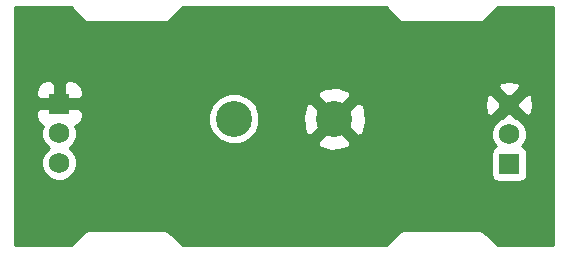
<source format=gbr>
G04 #@! TF.FileFunction,Copper,L2,Bot,Signal*
%FSLAX46Y46*%
G04 Gerber Fmt 4.6, Leading zero omitted, Abs format (unit mm)*
G04 Created by KiCad (PCBNEW 4.0.6) date Mon May  1 23:13:11 2017*
%MOMM*%
%LPD*%
G01*
G04 APERTURE LIST*
%ADD10C,0.100000*%
%ADD11C,3.048000*%
%ADD12R,1.750000X1.750000*%
%ADD13C,1.750000*%
%ADD14C,0.254000*%
G04 APERTURE END LIST*
D10*
D11*
X163390000Y-87630000D03*
X171890000Y-87630000D03*
D12*
X148590000Y-86360000D03*
D13*
X148590000Y-88860000D03*
X148590000Y-91360000D03*
D12*
X186690000Y-91440000D03*
D13*
X186690000Y-88940000D03*
X186690000Y-86440000D03*
D14*
G36*
X150627954Y-79242046D02*
X150858295Y-79395954D01*
X151130000Y-79450000D01*
X157480000Y-79450000D01*
X157751705Y-79395954D01*
X157982046Y-79242046D01*
X159044092Y-78180000D01*
X176235908Y-78180000D01*
X177297954Y-79242046D01*
X177528295Y-79395954D01*
X177800000Y-79450000D01*
X184150000Y-79450000D01*
X184421705Y-79395954D01*
X184652046Y-79242046D01*
X185714092Y-78180000D01*
X190425000Y-78180000D01*
X190425000Y-98350000D01*
X185714092Y-98350000D01*
X184652046Y-97287954D01*
X184421705Y-97134046D01*
X184150000Y-97080000D01*
X177800000Y-97080000D01*
X177528295Y-97134046D01*
X177297954Y-97287954D01*
X176235908Y-98350000D01*
X159044092Y-98350000D01*
X157982046Y-97287954D01*
X157751705Y-97134046D01*
X157480000Y-97080000D01*
X151130000Y-97080000D01*
X150858295Y-97134046D01*
X150627954Y-97287954D01*
X149565908Y-98350000D01*
X144855000Y-98350000D01*
X144855000Y-87014750D01*
X146588000Y-87014750D01*
X146588000Y-87459174D01*
X146759575Y-87873394D01*
X147076606Y-88190424D01*
X147210072Y-88245708D01*
X147080262Y-88558325D01*
X147079738Y-89159040D01*
X147309138Y-89714229D01*
X147704536Y-90110318D01*
X147310630Y-90503537D01*
X147080262Y-91058325D01*
X147079738Y-91659040D01*
X147309138Y-92214229D01*
X147733537Y-92639370D01*
X148288325Y-92869738D01*
X148889040Y-92870262D01*
X149444229Y-92640862D01*
X149869370Y-92216463D01*
X150099738Y-91661675D01*
X150100262Y-91060960D01*
X149895335Y-90565000D01*
X185167560Y-90565000D01*
X185167560Y-92315000D01*
X185211838Y-92550317D01*
X185350910Y-92766441D01*
X185563110Y-92911431D01*
X185815000Y-92962440D01*
X187565000Y-92962440D01*
X187800317Y-92918162D01*
X188016441Y-92779090D01*
X188161431Y-92566890D01*
X188212440Y-92315000D01*
X188212440Y-90565000D01*
X188168162Y-90329683D01*
X188029090Y-90113559D01*
X187816890Y-89968569D01*
X187800324Y-89965214D01*
X187969370Y-89796463D01*
X188199738Y-89241675D01*
X188200262Y-88640960D01*
X187970862Y-88085771D01*
X187546463Y-87660630D01*
X187267145Y-87544647D01*
X186690000Y-86967502D01*
X186112852Y-87544650D01*
X185835771Y-87659138D01*
X185410630Y-88083537D01*
X185180262Y-88638325D01*
X185179738Y-89239040D01*
X185409138Y-89794229D01*
X185577717Y-89963103D01*
X185363559Y-90100910D01*
X185218569Y-90313110D01*
X185167560Y-90565000D01*
X149895335Y-90565000D01*
X149870862Y-90505771D01*
X149475464Y-90109682D01*
X149869370Y-89716463D01*
X150099738Y-89161675D01*
X150100262Y-88560960D01*
X149969991Y-88245681D01*
X150103394Y-88190424D01*
X150236251Y-88057567D01*
X161230626Y-88057567D01*
X161558622Y-88851377D01*
X162165428Y-89459244D01*
X162958664Y-89788624D01*
X163817567Y-89789374D01*
X164311342Y-89585350D01*
X170462152Y-89585350D01*
X170618218Y-90015044D01*
X171627743Y-90320184D01*
X172677195Y-90215768D01*
X173161782Y-90015044D01*
X173317848Y-89585350D01*
X171890000Y-88157502D01*
X170462152Y-89585350D01*
X164311342Y-89585350D01*
X164611377Y-89461378D01*
X165219244Y-88854572D01*
X165548624Y-88061336D01*
X165549229Y-87367743D01*
X169199816Y-87367743D01*
X169304232Y-88417195D01*
X169504956Y-88901782D01*
X169934650Y-89057848D01*
X171362498Y-87630000D01*
X172417502Y-87630000D01*
X173845350Y-89057848D01*
X174275044Y-88901782D01*
X174580184Y-87892257D01*
X174475768Y-86842805D01*
X174275044Y-86358218D01*
X174208927Y-86334204D01*
X184651523Y-86334204D01*
X184766206Y-87122349D01*
X184847179Y-87317834D01*
X185210394Y-87392104D01*
X186162498Y-86440000D01*
X187217502Y-86440000D01*
X188169606Y-87392104D01*
X188532821Y-87317834D01*
X188728477Y-86545796D01*
X188613794Y-85757651D01*
X188532821Y-85562166D01*
X188169606Y-85487896D01*
X187217502Y-86440000D01*
X186162498Y-86440000D01*
X185210394Y-85487896D01*
X184847179Y-85562166D01*
X184651523Y-86334204D01*
X174208927Y-86334204D01*
X173845350Y-86202152D01*
X172417502Y-87630000D01*
X171362498Y-87630000D01*
X169934650Y-86202152D01*
X169504956Y-86358218D01*
X169199816Y-87367743D01*
X165549229Y-87367743D01*
X165549374Y-87202433D01*
X165221378Y-86408623D01*
X164614572Y-85800756D01*
X164310875Y-85674650D01*
X170462152Y-85674650D01*
X171890000Y-87102498D01*
X173317848Y-85674650D01*
X173161782Y-85244956D01*
X172220338Y-84960394D01*
X185737896Y-84960394D01*
X186690000Y-85912498D01*
X187642104Y-84960394D01*
X187567834Y-84597179D01*
X186795796Y-84401523D01*
X186007651Y-84516206D01*
X185812166Y-84597179D01*
X185737896Y-84960394D01*
X172220338Y-84960394D01*
X172152257Y-84939816D01*
X171102805Y-85044232D01*
X170618218Y-85244956D01*
X170462152Y-85674650D01*
X164310875Y-85674650D01*
X163821336Y-85471376D01*
X162962433Y-85470626D01*
X162168623Y-85798622D01*
X161560756Y-86405428D01*
X161231376Y-87198664D01*
X161230626Y-88057567D01*
X150236251Y-88057567D01*
X150420425Y-87873394D01*
X150592000Y-87459174D01*
X150592000Y-87014750D01*
X150310250Y-86733000D01*
X148963000Y-86733000D01*
X148963000Y-86753000D01*
X148217000Y-86753000D01*
X148217000Y-86733000D01*
X146869750Y-86733000D01*
X146588000Y-87014750D01*
X144855000Y-87014750D01*
X144855000Y-85260826D01*
X146588000Y-85260826D01*
X146588000Y-85705250D01*
X146869750Y-85987000D01*
X148217000Y-85987000D01*
X148217000Y-84639750D01*
X148963000Y-84639750D01*
X148963000Y-85987000D01*
X150310250Y-85987000D01*
X150592000Y-85705250D01*
X150592000Y-85260826D01*
X150420425Y-84846606D01*
X150103394Y-84529576D01*
X149689174Y-84358000D01*
X149244750Y-84358000D01*
X148963000Y-84639750D01*
X148217000Y-84639750D01*
X147935250Y-84358000D01*
X147490826Y-84358000D01*
X147076606Y-84529576D01*
X146759575Y-84846606D01*
X146588000Y-85260826D01*
X144855000Y-85260826D01*
X144855000Y-78180000D01*
X149565908Y-78180000D01*
X150627954Y-79242046D01*
X150627954Y-79242046D01*
G37*
X150627954Y-79242046D02*
X150858295Y-79395954D01*
X151130000Y-79450000D01*
X157480000Y-79450000D01*
X157751705Y-79395954D01*
X157982046Y-79242046D01*
X159044092Y-78180000D01*
X176235908Y-78180000D01*
X177297954Y-79242046D01*
X177528295Y-79395954D01*
X177800000Y-79450000D01*
X184150000Y-79450000D01*
X184421705Y-79395954D01*
X184652046Y-79242046D01*
X185714092Y-78180000D01*
X190425000Y-78180000D01*
X190425000Y-98350000D01*
X185714092Y-98350000D01*
X184652046Y-97287954D01*
X184421705Y-97134046D01*
X184150000Y-97080000D01*
X177800000Y-97080000D01*
X177528295Y-97134046D01*
X177297954Y-97287954D01*
X176235908Y-98350000D01*
X159044092Y-98350000D01*
X157982046Y-97287954D01*
X157751705Y-97134046D01*
X157480000Y-97080000D01*
X151130000Y-97080000D01*
X150858295Y-97134046D01*
X150627954Y-97287954D01*
X149565908Y-98350000D01*
X144855000Y-98350000D01*
X144855000Y-87014750D01*
X146588000Y-87014750D01*
X146588000Y-87459174D01*
X146759575Y-87873394D01*
X147076606Y-88190424D01*
X147210072Y-88245708D01*
X147080262Y-88558325D01*
X147079738Y-89159040D01*
X147309138Y-89714229D01*
X147704536Y-90110318D01*
X147310630Y-90503537D01*
X147080262Y-91058325D01*
X147079738Y-91659040D01*
X147309138Y-92214229D01*
X147733537Y-92639370D01*
X148288325Y-92869738D01*
X148889040Y-92870262D01*
X149444229Y-92640862D01*
X149869370Y-92216463D01*
X150099738Y-91661675D01*
X150100262Y-91060960D01*
X149895335Y-90565000D01*
X185167560Y-90565000D01*
X185167560Y-92315000D01*
X185211838Y-92550317D01*
X185350910Y-92766441D01*
X185563110Y-92911431D01*
X185815000Y-92962440D01*
X187565000Y-92962440D01*
X187800317Y-92918162D01*
X188016441Y-92779090D01*
X188161431Y-92566890D01*
X188212440Y-92315000D01*
X188212440Y-90565000D01*
X188168162Y-90329683D01*
X188029090Y-90113559D01*
X187816890Y-89968569D01*
X187800324Y-89965214D01*
X187969370Y-89796463D01*
X188199738Y-89241675D01*
X188200262Y-88640960D01*
X187970862Y-88085771D01*
X187546463Y-87660630D01*
X187267145Y-87544647D01*
X186690000Y-86967502D01*
X186112852Y-87544650D01*
X185835771Y-87659138D01*
X185410630Y-88083537D01*
X185180262Y-88638325D01*
X185179738Y-89239040D01*
X185409138Y-89794229D01*
X185577717Y-89963103D01*
X185363559Y-90100910D01*
X185218569Y-90313110D01*
X185167560Y-90565000D01*
X149895335Y-90565000D01*
X149870862Y-90505771D01*
X149475464Y-90109682D01*
X149869370Y-89716463D01*
X150099738Y-89161675D01*
X150100262Y-88560960D01*
X149969991Y-88245681D01*
X150103394Y-88190424D01*
X150236251Y-88057567D01*
X161230626Y-88057567D01*
X161558622Y-88851377D01*
X162165428Y-89459244D01*
X162958664Y-89788624D01*
X163817567Y-89789374D01*
X164311342Y-89585350D01*
X170462152Y-89585350D01*
X170618218Y-90015044D01*
X171627743Y-90320184D01*
X172677195Y-90215768D01*
X173161782Y-90015044D01*
X173317848Y-89585350D01*
X171890000Y-88157502D01*
X170462152Y-89585350D01*
X164311342Y-89585350D01*
X164611377Y-89461378D01*
X165219244Y-88854572D01*
X165548624Y-88061336D01*
X165549229Y-87367743D01*
X169199816Y-87367743D01*
X169304232Y-88417195D01*
X169504956Y-88901782D01*
X169934650Y-89057848D01*
X171362498Y-87630000D01*
X172417502Y-87630000D01*
X173845350Y-89057848D01*
X174275044Y-88901782D01*
X174580184Y-87892257D01*
X174475768Y-86842805D01*
X174275044Y-86358218D01*
X174208927Y-86334204D01*
X184651523Y-86334204D01*
X184766206Y-87122349D01*
X184847179Y-87317834D01*
X185210394Y-87392104D01*
X186162498Y-86440000D01*
X187217502Y-86440000D01*
X188169606Y-87392104D01*
X188532821Y-87317834D01*
X188728477Y-86545796D01*
X188613794Y-85757651D01*
X188532821Y-85562166D01*
X188169606Y-85487896D01*
X187217502Y-86440000D01*
X186162498Y-86440000D01*
X185210394Y-85487896D01*
X184847179Y-85562166D01*
X184651523Y-86334204D01*
X174208927Y-86334204D01*
X173845350Y-86202152D01*
X172417502Y-87630000D01*
X171362498Y-87630000D01*
X169934650Y-86202152D01*
X169504956Y-86358218D01*
X169199816Y-87367743D01*
X165549229Y-87367743D01*
X165549374Y-87202433D01*
X165221378Y-86408623D01*
X164614572Y-85800756D01*
X164310875Y-85674650D01*
X170462152Y-85674650D01*
X171890000Y-87102498D01*
X173317848Y-85674650D01*
X173161782Y-85244956D01*
X172220338Y-84960394D01*
X185737896Y-84960394D01*
X186690000Y-85912498D01*
X187642104Y-84960394D01*
X187567834Y-84597179D01*
X186795796Y-84401523D01*
X186007651Y-84516206D01*
X185812166Y-84597179D01*
X185737896Y-84960394D01*
X172220338Y-84960394D01*
X172152257Y-84939816D01*
X171102805Y-85044232D01*
X170618218Y-85244956D01*
X170462152Y-85674650D01*
X164310875Y-85674650D01*
X163821336Y-85471376D01*
X162962433Y-85470626D01*
X162168623Y-85798622D01*
X161560756Y-86405428D01*
X161231376Y-87198664D01*
X161230626Y-88057567D01*
X150236251Y-88057567D01*
X150420425Y-87873394D01*
X150592000Y-87459174D01*
X150592000Y-87014750D01*
X150310250Y-86733000D01*
X148963000Y-86733000D01*
X148963000Y-86753000D01*
X148217000Y-86753000D01*
X148217000Y-86733000D01*
X146869750Y-86733000D01*
X146588000Y-87014750D01*
X144855000Y-87014750D01*
X144855000Y-85260826D01*
X146588000Y-85260826D01*
X146588000Y-85705250D01*
X146869750Y-85987000D01*
X148217000Y-85987000D01*
X148217000Y-84639750D01*
X148963000Y-84639750D01*
X148963000Y-85987000D01*
X150310250Y-85987000D01*
X150592000Y-85705250D01*
X150592000Y-85260826D01*
X150420425Y-84846606D01*
X150103394Y-84529576D01*
X149689174Y-84358000D01*
X149244750Y-84358000D01*
X148963000Y-84639750D01*
X148217000Y-84639750D01*
X147935250Y-84358000D01*
X147490826Y-84358000D01*
X147076606Y-84529576D01*
X146759575Y-84846606D01*
X146588000Y-85260826D01*
X144855000Y-85260826D01*
X144855000Y-78180000D01*
X149565908Y-78180000D01*
X150627954Y-79242046D01*
M02*

</source>
